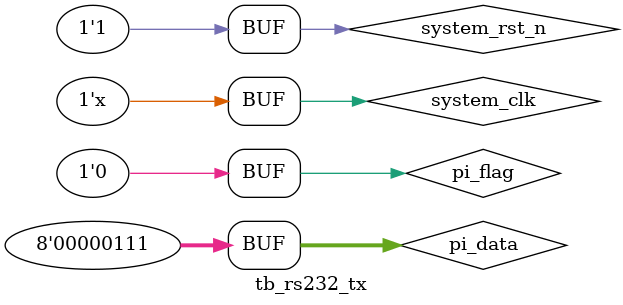
<source format=v>
`timescale 1ns/1ns
module tb_rs232_tx();

reg  system_clk  ;
reg  system_rst_n;
reg  [7:0]pi_data;
reg  pi_flag     ;
wire tx          ;

initial
    begin
	    system_clk=1'b1;
		system_rst_n<=1'b0;
		#20
		system_rst_n<=1'b1;
	end

always #10 system_clk=~system_clk;

initial
    begin
	    pi_data<=8'd0;
		pi_flag<=1'b0;
		#200
		//数据0
		pi_data<=8'd0;
		pi_flag<=1'b1;
		#20
		pi_flag<=1'b0;
		#(5208*20*10);
		//数据1
		pi_data<=8'd1;
		pi_flag<=1'b1;
		#20
		pi_flag<=1'b0;
		#(5208*20*10);
		//数据2
		pi_data<=8'd2;
		pi_flag<=1'b1;
		#20
		pi_flag<=1'b0;
		#(5208*20*10);
		//数据3
		pi_data<=8'd3;
		pi_flag<=1'b1;
		#20
		pi_flag<=1'b0;
		#(5208*20*10);
		//数据4
		pi_data<=8'd4;
		pi_flag<=1'b1;
		#20
		pi_flag<=1'b0;
		#(5208*20*10);
		//数据5
		pi_data<=8'd5;
		pi_flag<=1'b1;
		#20
		pi_flag<=1'b0;
		#(5208*20*10);
		//数据6
		pi_data<=8'd6;
		pi_flag<=1'b1;
		#20
		pi_flag<=1'b0;
		#(5208*20*10);
		//数据7
		pi_data<=8'd7;
		pi_flag<=1'b1;
		#20
		pi_flag<=1'b0;
	end

rs232_tx
#(
.uart_bps(9600),
.clk_freq(50000000)
)
r2
(
.system_clk    (system_clk  ),
.system_rst_n  (system_rst_n),
.pi_data       (pi_data     ),
.pi_flag       (pi_flag     ),
.tx            (tx          )
);

endmodule
</source>
